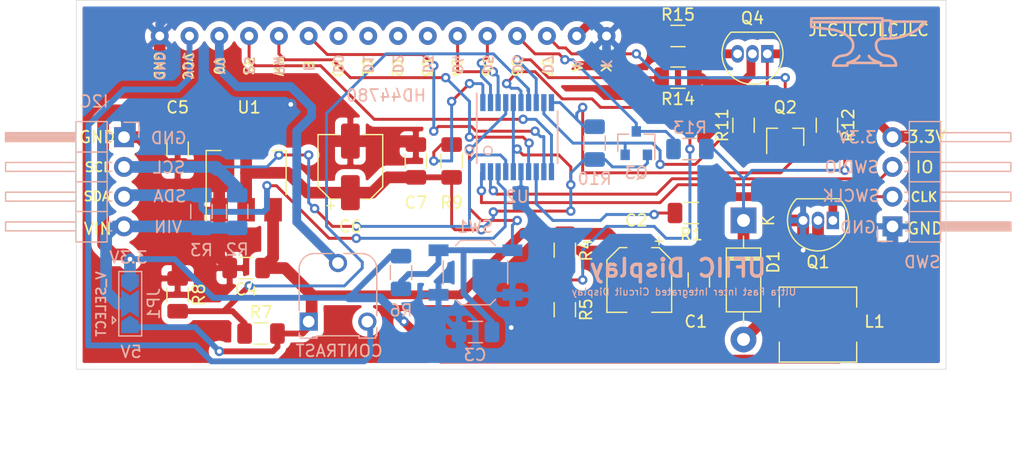
<source format=kicad_pcb>
(kicad_pcb (version 20171130) (host pcbnew "(5.1.5)-3")
  (layers (0 F.Cu signal) (31 B.Cu signal) (34 B.Paste user) (35 F.Paste user) (36 B.SilkS user) (37 F.SilkS user) (38 B.Mask user) (39 F.Mask user) (44 Edge.Cuts user))
  (net 0 "")
  (net 1 GND)
  (net 2 /+5V)
  (net 3 "Net-(C3-Pad1)")
  (net 4 +3V3)
  (net 5 "Net-(D1-Pad2)")
  (net 6 /VIN)
  (net 7 /I2C1_SDA)
  (net 8 /I2C1_SCL)
  (net 9 /SWDIO)
  (net 10 /SWCLK)
  (net 11 "Net-(Q1-Pad1)")
  (net 12 "Net-(Q2-Pad3)")
  (net 13 /PWM)
  (net 14 /ADC_FEEDBACK)
  (net 15 /ADC_DETECT)
  (net 16 "Net-(R9-Pad2)")
  (net 17 /BACKLIGHT)
  (net 18 "Net-(RV1-Pad2)")
  (net 19 "Net-(RV1-Pad3)")
  (net 20 /LCD_RW)
  (net 21 /LCD_E)
  (net 22 /LCD_RS)
  (net 23 /LCD_D7)
  (net 24 /LCD_D6)
  (net 25 /LCD_D5)
  (net 26 /LCD_D4)
  (net 27 "Net-(U3-PadD0)")
  (net 28 "Net-(U3-PadD1)")
  (net 29 "Net-(U3-PadD2)")
  (net 30 "Net-(U3-PadD3)")
  (net 31 "Net-(Q3-Pad3)")
  (net 32 "Net-(Q4-Pad3)")
  (net 33 "Net-(Q4-Pad2)")
  (net 34 "Net-(R15-Pad1)")
  (module WK_lib:Anvil_10x10mm (layer B.Cu) (at 178.308 55.88 180)
    (fp_text reference G*** hide)
    (fp_text value LOGO hide)
  )
  (module WK_lib:HD44780 (layer F.Cu) (at 147.066 71.882 270)
    (fp_text reference HD44780 (at -11.43 9.906) (layer B.SilkS) (effects (justify mirror)))
    (fp_text value HD44780)
    (pad GND thru_hole circle (at -16.51 29.21 270) (size 1.524 1.524) (drill 0.762) (layers *.Cu *.Mask) (net 1 GND))
    (pad VCC thru_hole circle (at -16.51 26.67 270) (size 1.524 1.524) (drill 0.762) (layers *.Cu *.Mask) (net 19 "Net-(RV1-Pad3)"))
    (pad V0 thru_hole circle (at -16.51 24.13 270) (size 1.524 1.524) (drill 0.762) (layers *.Cu *.Mask) (net 18 "Net-(RV1-Pad2)"))
    (pad RS thru_hole circle (at -16.51 21.59 270) (size 1.524 1.524) (drill 0.762) (layers *.Cu *.Mask) (net 22 /LCD_RS))
    (pad E thru_hole circle (at -16.51 16.51 270) (size 1.524 1.524) (drill 0.762) (layers *.Cu *.Mask) (net 21 /LCD_E))
    (pad RW thru_hole circle (at -16.51 19.05 270) (size 1.524 1.524) (drill 0.762) (layers *.Cu *.Mask) (net 20 /LCD_RW))
    (pad D0 thru_hole circle (at -16.51 13.97 270) (size 1.524 1.524) (drill 0.762) (layers *.Cu *.Mask) (net 27 "Net-(U3-PadD0)"))
    (pad D1 thru_hole circle (at -16.51 11.43 270) (size 1.524 1.524) (drill 0.762) (layers *.Cu *.Mask) (net 28 "Net-(U3-PadD1)"))
    (pad D2 thru_hole circle (at -16.51 8.89 270) (size 1.524 1.524) (drill 0.762) (layers *.Cu *.Mask) (net 29 "Net-(U3-PadD2)"))
    (pad D3 thru_hole circle (at -16.51 6.35 270) (size 1.524 1.524) (drill 0.762) (layers *.Cu *.Mask) (net 30 "Net-(U3-PadD3)"))
    (pad D4 thru_hole circle (at -16.51 3.81 270) (size 1.524 1.524) (drill 0.762) (layers *.Cu *.Mask) (net 26 /LCD_D4))
    (pad D5 thru_hole circle (at -16.51 1.27 270) (size 1.524 1.524) (drill 0.762) (layers *.Cu *.Mask) (net 25 /LCD_D5))
    (pad D6 thru_hole circle (at -16.51 -1.27 270) (size 1.524 1.524) (drill 0.762) (layers *.Cu *.Mask) (net 31 "Net-(Q3-Pad3)"))
    (pad D7 thru_hole circle (at -16.51 -3.81 270) (size 1.524 1.524) (drill 0.762) (layers *.Cu *.Mask) (net 12 "Net-(Q2-Pad3)"))
    (pad A thru_hole circle (at -16.51 -6.35 270) (size 1.524 1.524) (drill 0.762) (layers *.Cu *.Mask) (net 34 "Net-(R15-Pad1)"))
    (pad K thru_hole circle (at -16.51 -8.89 270) (size 1.524 1.524) (drill 0.762) (layers *.Cu *.Mask) (net 1 GND))
  )
  (module Potentiometer_THT:Potentiometer_Runtron_RM-065_Vertical (layer B.Cu) (at 130.556 79.756)
    (fp_text reference CONTRAST (at 2.6 2.5) (layer B.SilkS) (effects (justify mirror)))
    (fp_text value 1K)
    (pad 2 thru_hole circle (at 2.5 -5) (size 1.55 1.55) (drill 1) (layers *.Cu *.Mask) (net 18 "Net-(RV1-Pad2)"))
    (pad 1 thru_hole rect (at 0 0) (size 1.55 1.55) (drill 1) (layers *.Cu *.Mask) (net 2 /+5V))
    (pad 3 thru_hole circle (at 5 0) (size 1.55 1.55) (drill 1) (layers *.Cu *.Mask) (net 19 "Net-(RV1-Pad3)"))
  )
  (module Resistor_SMD:R_1206_3216Metric (layer F.Cu) (at 162.052 55.372)
    (fp_text reference R15 (at 0 -1.82) (layer F.SilkS))
    (fp_text value 330R)
    (pad 2 smd roundrect (at 1.4 0) (size 1.25 1.75) (layers F.Cu F.Paste F.Mask) (roundrect_rratio 0.2) (net 32 "Net-(Q4-Pad3)"))
    (pad 1 smd roundrect (at -1.4 0) (size 1.25 1.75) (layers F.Cu F.Paste F.Mask) (roundrect_rratio 0.2) (net 34 "Net-(R15-Pad1)"))
  )
  (module Resistor_SMD:R_1206_3216Metric (layer F.Cu) (at 162.052 58.928 180)
    (fp_text reference R14 (at 0 -1.82) (layer F.SilkS))
    (fp_text value 1K)
    (pad 2 smd roundrect (at 1.4 0 180) (size 1.25 1.75) (layers F.Cu F.Paste F.Mask) (roundrect_rratio 0.2) (net 17 /BACKLIGHT))
    (pad 1 smd roundrect (at -1.4 0 180) (size 1.25 1.75) (layers F.Cu F.Paste F.Mask) (roundrect_rratio 0.2) (net 33 "Net-(Q4-Pad2)"))
  )
  (module Resistor_SMD:R_1206_3216Metric (layer B.Cu) (at 163.068 65.024 180)
    (fp_text reference R13 (at 0 1.82) (layer B.SilkS) (effects (justify mirror)))
    (fp_text value 10K)
    (pad 2 smd roundrect (at 1.4 0 180) (size 1.25 1.75) (layers B.Cu B.Paste B.Mask) (roundrect_rratio 0.2) (net 31 "Net-(Q3-Pad3)"))
    (pad 1 smd roundrect (at -1.4 0 180) (size 1.25 1.75) (layers B.Cu B.Paste B.Mask) (roundrect_rratio 0.2) (net 2 /+5V))
  )
  (module Resistor_SMD:R_1206_3216Metric (layer F.Cu) (at 174.752 62.992 270)
    (fp_text reference R12 (at 0 -1.82 90) (layer F.SilkS))
    (fp_text value 10K)
    (pad 2 smd roundrect (at 1.4 0 270) (size 1.25 1.75) (layers F.Cu F.Paste F.Mask) (roundrect_rratio 0.2) (net 12 "Net-(Q2-Pad3)"))
    (pad 1 smd roundrect (at -1.4 0 270) (size 1.25 1.75) (layers F.Cu F.Paste F.Mask) (roundrect_rratio 0.2) (net 2 /+5V))
  )
  (module Package_TO_SOT_THT:TO-92_Inline (layer F.Cu) (at 169.672 56.896 180)
    (fp_text reference Q4 (at 1.27 3.048) (layer F.SilkS))
    (fp_text value BC547)
    (pad 1 thru_hole rect (at 0 0 180) (size 1.05 1.5) (drill 0.75) (layers *.Cu *.Mask) (net 4 +3V3))
    (pad 3 thru_hole oval (at 2.54 0 180) (size 1.05 1.5) (drill 0.75) (layers *.Cu *.Mask) (net 32 "Net-(Q4-Pad3)"))
    (pad 2 thru_hole oval (at 1.27 0 180) (size 1.05 1.5) (drill 0.75) (layers *.Cu *.Mask) (net 33 "Net-(Q4-Pad2)"))
  )
  (module Package_TO_SOT_SMD:SOT-23 (layer B.Cu) (at 158.496 64.516 90)
    (fp_text reference Q3 (at -2.54 0) (layer B.SilkS) (effects (justify mirror)))
    (fp_text value BSS138)
    (pad 3 smd rect (at 1 0 90) (size 0.9 0.8) (layers B.Cu B.Paste B.Mask) (net 31 "Net-(Q3-Pad3)"))
    (pad 2 smd rect (at -1 -0.95 90) (size 0.9 0.8) (layers B.Cu B.Paste B.Mask) (net 24 /LCD_D6))
    (pad 1 smd rect (at -1 0.95 90) (size 0.9 0.8) (layers B.Cu B.Paste B.Mask) (net 4 +3V3))
  )
  (module Package_TO_SOT_SMD:SOT-23 (layer F.Cu) (at 171.196 64.008 90)
    (fp_text reference Q2 (at 2.54 0 180) (layer F.SilkS))
    (fp_text value BSS138)
    (pad 3 smd rect (at 1 0 90) (size 0.9 0.8) (layers F.Cu F.Paste F.Mask) (net 12 "Net-(Q2-Pad3)"))
    (pad 2 smd rect (at -1 0.95 90) (size 0.9 0.8) (layers F.Cu F.Paste F.Mask) (net 23 /LCD_D7))
    (pad 1 smd rect (at -1 -0.95 90) (size 0.9 0.8) (layers F.Cu F.Paste F.Mask) (net 4 +3V3))
  )
  (module Connector_PinHeader_2.54mm:PinHeader_1x04_P2.54mm_Horizontal (layer B.Cu) (at 180.34 71.628)
    (fp_text reference SWD (at 2.54 3.048) (layer B.SilkS) (effects (justify mirror)))
    (fp_text value SWD)
    (pad 4 thru_hole oval (at 0 -7.62) (size 1.7 1.7) (drill 1) (layers *.Cu *.Mask) (net 4 +3V3))
    (pad 3 thru_hole oval (at 0 -5.08) (size 1.7 1.7) (drill 1) (layers *.Cu *.Mask) (net 9 /SWDIO))
    (pad 2 thru_hole oval (at 0 -2.54) (size 1.7 1.7) (drill 1) (layers *.Cu *.Mask) (net 10 /SWCLK))
    (pad 1 thru_hole rect (at 0 0) (size 1.7 1.7) (drill 1) (layers *.Cu *.Mask) (net 1 GND))
  )
  (module Connector_PinHeader_2.54mm:PinHeader_1x04_P2.54mm_Horizontal (layer B.Cu) (at 114.808 64.008 180)
    (fp_text reference I2C (at 2.54 3.048) (layer B.SilkS) (effects (justify mirror)))
    (fp_text value I2C)
    (pad 4 thru_hole oval (at 0 -7.62 180) (size 1.7 1.7) (drill 1) (layers *.Cu *.Mask) (net 6 /VIN))
    (pad 3 thru_hole oval (at 0 -5.08 180) (size 1.7 1.7) (drill 1) (layers *.Cu *.Mask) (net 7 /I2C1_SDA))
    (pad 2 thru_hole oval (at 0 -2.54 180) (size 1.7 1.7) (drill 1) (layers *.Cu *.Mask) (net 8 /I2C1_SCL))
    (pad 1 thru_hole rect (at 0 0 180) (size 1.7 1.7) (drill 1) (layers *.Cu *.Mask) (net 1 GND))
  )
  (module Button_Switch_SMD:SW_SPST_TL3342 (layer B.Cu) (at 144.78 75.565)
    (fp_text reference SW1 (at -0.03302 -3.90652) (layer B.SilkS) (effects (justify mirror)))
    (fp_text value SW_Push)
    (pad 2 smd rect (at 3.15 -1.9) (size 1.7 1) (layers B.Cu B.Paste B.Mask) (net 3 "Net-(C3-Pad1)"))
    (pad 2 smd rect (at -3.15 -1.9) (size 1.7 1) (layers B.Cu B.Paste B.Mask) (net 3 "Net-(C3-Pad1)"))
    (pad 1 smd rect (at 3.15 1.9) (size 1.7 1) (layers B.Cu B.Paste B.Mask) (net 1 GND))
    (pad 1 smd rect (at -3.15 1.9) (size 1.7 1) (layers B.Cu B.Paste B.Mask) (net 1 GND))
  )
  (module Package_TO_SOT_THT:TO-92_Inline (layer F.Cu) (at 175.26 71.12 180)
    (fp_text reference Q1 (at 1.27 -3.56) (layer F.SilkS))
    (fp_text value BC639)
    (pad 1 thru_hole rect (at 0 0 180) (size 1.05 1.5) (drill 0.75) (layers *.Cu *.Mask) (net 11 "Net-(Q1-Pad1)"))
    (pad 3 thru_hole oval (at 2.54 0 180) (size 1.05 1.5) (drill 0.75) (layers *.Cu *.Mask) (net 1 GND))
    (pad 2 thru_hole oval (at 1.27 0 180) (size 1.05 1.5) (drill 0.75) (layers *.Cu *.Mask) (net 5 "Net-(D1-Pad2)"))
  )
  (module Package_SO:TSSOP-20_4.4x6.5mm_P0.65mm (layer B.Cu) (at 148.336 64.008 270)
    (fp_text reference U2 (at 5.08 0) (layer B.SilkS) (effects (justify mirror)))
    (fp_text value STM32F030F4P6)
    (pad 20 smd rect (at 2.95 2.925 270) (size 1.45 0.45) (layers B.Cu B.Paste B.Mask) (net 10 /SWCLK))
    (pad 19 smd rect (at 2.95 2.275 270) (size 1.45 0.45) (layers B.Cu B.Paste B.Mask) (net 9 /SWDIO))
    (pad 18 smd rect (at 2.95 1.625 270) (size 1.45 0.45) (layers B.Cu B.Paste B.Mask) (net 7 /I2C1_SDA))
    (pad 17 smd rect (at 2.95 0.975 270) (size 1.45 0.45) (layers B.Cu B.Paste B.Mask) (net 8 /I2C1_SCL))
    (pad 16 smd rect (at 2.95 0.325 270) (size 1.45 0.45) (layers B.Cu B.Paste B.Mask) (net 4 +3V3))
    (pad 15 smd rect (at 2.95 -0.325 270) (size 1.45 0.45) (layers B.Cu B.Paste B.Mask) (net 1 GND))
    (pad 14 smd rect (at 2.95 -0.975 270) (size 1.45 0.45) (layers B.Cu B.Paste B.Mask) (net 20 /LCD_RW))
    (pad 13 smd rect (at 2.95 -1.625 270) (size 1.45 0.45) (layers B.Cu B.Paste B.Mask) (net 13 /PWM))
    (pad 12 smd rect (at 2.95 -2.275 270) (size 1.45 0.45) (layers B.Cu B.Paste B.Mask) (net 21 /LCD_E))
    (pad 11 smd rect (at 2.95 -2.925 270) (size 1.45 0.45) (layers B.Cu B.Paste B.Mask) (net 22 /LCD_RS))
    (pad 10 smd rect (at -2.95 -2.925 270) (size 1.45 0.45) (layers B.Cu B.Paste B.Mask) (net 23 /LCD_D7))
    (pad 9 smd rect (at -2.95 -2.275 270) (size 1.45 0.45) (layers B.Cu B.Paste B.Mask) (net 24 /LCD_D6))
    (pad 8 smd rect (at -2.95 -1.625 270) (size 1.45 0.45) (layers B.Cu B.Paste B.Mask) (net 17 /BACKLIGHT))
    (pad 7 smd rect (at -2.95 -0.975 270) (size 1.45 0.45) (layers B.Cu B.Paste B.Mask) (net 15 /ADC_DETECT))
    (pad 6 smd rect (at -2.95 -0.325 270) (size 1.45 0.45) (layers B.Cu B.Paste B.Mask) (net 14 /ADC_FEEDBACK))
    (pad 5 smd rect (at -2.95 0.325 270) (size 1.45 0.45) (layers B.Cu B.Paste B.Mask) (net 4 +3V3))
    (pad 4 smd rect (at -2.95 0.975 270) (size 1.45 0.45) (layers B.Cu B.Paste B.Mask) (net 3 "Net-(C3-Pad1)"))
    (pad 3 smd rect (at -2.95 1.625 270) (size 1.45 0.45) (layers B.Cu B.Paste B.Mask) (net 26 /LCD_D4))
    (pad 2 smd rect (at -2.95 2.275 270) (size 1.45 0.45) (layers B.Cu B.Paste B.Mask) (net 25 /LCD_D5))
    (pad 1 smd rect (at -2.95 2.925 270) (size 1.45 0.45) (layers B.Cu B.Paste B.Mask) (net 16 "Net-(R9-Pad2)"))
  )
  (module Package_TO_SOT_SMD:SOT-223-3_TabPin2 (layer F.Cu) (at 125.222 67.056 90)
    (fp_text reference U1 (at 5.588 0.254 180) (layer F.SilkS))
    (fp_text value AMS1117-3.3)
    (pad 1 smd rect (at -3.15 -2.3 90) (size 2 1.5) (layers F.Cu F.Paste F.Mask) (net 1 GND))
    (pad 3 smd rect (at -3.15 2.3 90) (size 2 1.5) (layers F.Cu F.Paste F.Mask) (net 2 /+5V))
    (pad 2 smd rect (at -3.15 0 90) (size 2 1.5) (layers F.Cu F.Paste F.Mask) (net 4 +3V3))
    (pad 2 smd rect (at 3.15 0 90) (size 2 3.8) (layers F.Cu F.Paste F.Mask) (net 4 +3V3))
  )
  (module Resistor_SMD:R_1206_3216Metric (layer F.Cu) (at 167.64 62.992 90)
    (fp_text reference R11 (at 0 -1.82 90) (layer F.SilkS))
    (fp_text value 10K)
    (pad 2 smd roundrect (at 1.4 0 90) (size 1.25 1.75) (layers F.Cu F.Paste F.Mask) (roundrect_rratio 0.2) (net 24 /LCD_D6))
    (pad 1 smd roundrect (at -1.4 0 90) (size 1.25 1.75) (layers F.Cu F.Paste F.Mask) (roundrect_rratio 0.2) (net 4 +3V3))
  )
  (module Resistor_SMD:R_1206_3216Metric (layer B.Cu) (at 154.94 64.516 90)
    (fp_text reference R10 (at -3.048 0) (layer B.SilkS) (effects (justify mirror)))
    (fp_text value 10K)
    (pad 2 smd roundrect (at 1.4 0 90) (size 1.25 1.75) (layers B.Cu B.Paste B.Mask) (roundrect_rratio 0.2) (net 23 /LCD_D7))
    (pad 1 smd roundrect (at -1.4 0 90) (size 1.25 1.75) (layers B.Cu B.Paste B.Mask) (roundrect_rratio 0.2) (net 4 +3V3))
  )
  (module Resistor_SMD:R_1206_3216Metric (layer F.Cu) (at 142.748 66.04 90)
    (fp_text reference R9 (at -3.556 0 180) (layer F.SilkS))
    (fp_text value 1K)
    (pad 2 smd roundrect (at 1.4 0 90) (size 1.25 1.75) (layers F.Cu F.Paste F.Mask) (roundrect_rratio 0.2) (net 16 "Net-(R9-Pad2)"))
    (pad 1 smd roundrect (at -1.4 0 90) (size 1.25 1.75) (layers F.Cu F.Paste F.Mask) (roundrect_rratio 0.2) (net 4 +3V3))
  )
  (module Resistor_SMD:R_1206_3216Metric (layer F.Cu) (at 119.38 77.47 270)
    (fp_text reference R8 (at 0 -1.82 90) (layer F.SilkS))
    (fp_text value 1K)
    (pad 2 smd roundrect (at 1.4 0 270) (size 1.25 1.75) (layers F.Cu F.Paste F.Mask) (roundrect_rratio 0.2) (net 15 /ADC_DETECT))
    (pad 1 smd roundrect (at -1.4 0 270) (size 1.25 1.75) (layers F.Cu F.Paste F.Mask) (roundrect_rratio 0.2) (net 1 GND))
  )
  (module Resistor_SMD:R_1206_3216Metric (layer F.Cu) (at 126.492 80.772)
    (fp_text reference R7 (at 0 -1.82) (layer F.SilkS))
    (fp_text value 1K)
    (pad 2 smd roundrect (at 1.4 0) (size 1.25 1.75) (layers F.Cu F.Paste F.Mask) (roundrect_rratio 0.2) (net 2 /+5V))
    (pad 1 smd roundrect (at -1.4 0) (size 1.25 1.75) (layers F.Cu F.Paste F.Mask) (roundrect_rratio 0.2) (net 15 /ADC_DETECT))
  )
  (module Resistor_SMD:R_1206_3216Metric (layer B.Cu) (at 138.43 75.565 270)
    (fp_text reference R6 (at 3.2385 0) (layer B.SilkS) (effects (justify mirror)))
    (fp_text value 1K)
    (pad 2 smd roundrect (at 1.4 0 270) (size 1.25 1.75) (layers B.Cu B.Paste B.Mask) (roundrect_rratio 0.2) (net 3 "Net-(C3-Pad1)"))
    (pad 1 smd roundrect (at -1.4 0 270) (size 1.25 1.75) (layers B.Cu B.Paste B.Mask) (roundrect_rratio 0.2) (net 4 +3V3))
  )
  (module Resistor_SMD:R_1206_3216Metric (layer F.Cu) (at 152.4 78.74 270)
    (fp_text reference R5 (at 0 -1.82 90) (layer F.SilkS))
    (fp_text value 820R)
    (pad 2 smd roundrect (at 1.4 0 270) (size 1.25 1.75) (layers F.Cu F.Paste F.Mask) (roundrect_rratio 0.2) (net 1 GND))
    (pad 1 smd roundrect (at -1.4 0 270) (size 1.25 1.75) (layers F.Cu F.Paste F.Mask) (roundrect_rratio 0.2) (net 14 /ADC_FEEDBACK))
  )
  (module Resistor_SMD:R_1206_3216Metric (layer F.Cu) (at 152.4 73.66 270)
    (fp_text reference R4 (at 0 -1.82 90) (layer F.SilkS))
    (fp_text value 3.3K)
    (pad 2 smd roundrect (at 1.4 0 270) (size 1.25 1.75) (layers F.Cu F.Paste F.Mask) (roundrect_rratio 0.2) (net 14 /ADC_FEEDBACK))
    (pad 1 smd roundrect (at -1.4 0 270) (size 1.25 1.75) (layers F.Cu F.Paste F.Mask) (roundrect_rratio 0.2) (net 2 /+5V))
  )
  (module Resistor_SMD:R_1206_3216Metric (layer B.Cu) (at 121.412 70.358 270)
    (fp_text reference R3 (at 3.302 0) (layer B.SilkS) (effects (justify mirror)))
    (fp_text value 4.7K)
    (pad 2 smd roundrect (at 1.4 0 270) (size 1.25 1.75) (layers B.Cu B.Paste B.Mask) (roundrect_rratio 0.2) (net 6 /VIN))
    (pad 1 smd roundrect (at -1.4 0 270) (size 1.25 1.75) (layers B.Cu B.Paste B.Mask) (roundrect_rratio 0.2) (net 7 /I2C1_SDA))
  )
  (module Resistor_SMD:R_1206_3216Metric (layer B.Cu) (at 124.46 70.358 270)
    (fp_text reference R2 (at 3.24612 -0.00254) (layer B.SilkS) (effects (justify mirror)))
    (fp_text value 4.7K)
    (pad 2 smd roundrect (at 1.4 0 270) (size 1.25 1.75) (layers B.Cu B.Paste B.Mask) (roundrect_rratio 0.2) (net 6 /VIN))
    (pad 1 smd roundrect (at -1.4 0 270) (size 1.25 1.75) (layers B.Cu B.Paste B.Mask) (roundrect_rratio 0.2) (net 8 /I2C1_SCL))
  )
  (module Resistor_SMD:R_1206_3216Metric (layer F.Cu) (at 163.195 70.485 180)
    (fp_text reference R1 (at 0 -1.82) (layer F.SilkS))
    (fp_text value 1K)
    (pad 2 smd roundrect (at 1.4 0 180) (size 1.25 1.75) (layers F.Cu F.Paste F.Mask) (roundrect_rratio 0.2) (net 13 /PWM))
    (pad 1 smd roundrect (at -1.4 0 180) (size 1.25 1.75) (layers F.Cu F.Paste F.Mask) (roundrect_rratio 0.2) (net 11 "Net-(Q1-Pad1)"))
  )
  (module Inductor_SMD:L_6.3x6.3_H3 (layer F.Cu) (at 173.99 80.01 180)
    (fp_text reference L1 (at -4.826 0.254) (layer F.SilkS))
    (fp_text value 100uH)
    (pad 2 smd rect (at 2.75 0 180) (size 1.5 2.4) (layers F.Cu F.Paste F.Mask) (net 5 "Net-(D1-Pad2)"))
    (pad 1 smd rect (at -2.75 0 180) (size 1.5 2.4) (layers F.Cu F.Paste F.Mask) (net 4 +3V3))
  )
  (module Jumper:SolderJumper-3_P2.0mm_Open_TrianglePad1.0x1.5mm (layer B.Cu) (at 115.316 78.232 90)
    (fp_text reference JP1 (at 0 2.032 90) (layer B.SilkS) (effects (justify mirror)))
    (fp_text value VIN_SELECT)
    (pad 3 smd custom (at 2 0 270) (size 0.3 0.3) (layers B.Cu B.Mask) (net 4 +3V3) (options (clearance outline) (anchor rect)) (primitives (gr_poly (pts (xy -0.5 0.75) (xy 0.5 0.75) (xy 1 0) (xy 0.5 -0.75) (xy -0.5 -0.75)) (width 0))))
    (pad 2 smd custom (at 0 0 90) (size 0.3 0.3) (layers B.Cu) (net 6 /VIN) (options (clearance outline) (anchor rect)) (primitives (gr_poly (pts (xy -1.2 0.75) (xy 1.2 0.75) (xy 0.7 0) (xy 1.2 -0.75) (xy -1.2 -0.75) (xy -0.7 0)) (width 0))))
    (pad 1 smd custom (at -2 0 90) (size 0.3 0.3) (layers B.Cu B.Mask) (net 2 /+5V) (options (clearance outline) (anchor rect)) (primitives (gr_poly (pts (xy -0.5 0.75) (xy 0.5 0.75) (xy 1 0) (xy 0.5 -0.75) (xy -0.5 -0.75)) (width 0))))
  )
  (module Diode_THT:D_DO-41_SOD81_P10.16mm_Horizontal (layer F.Cu) (at 167.64 71.12 270)
    (fp_text reference D1 (at 3.556 -2.54 90) (layer F.SilkS))
    (fp_text value UF4007)
    (fp_text user K (at 0 -2.1 90) (layer F.SilkS))
    (pad 2 thru_hole oval (at 10.16 0 270) (size 2.2 2.2) (drill 1.1) (layers *.Cu *.Mask) (net 5 "Net-(D1-Pad2)"))
    (pad 1 thru_hole rect (at 0 0 270) (size 2.2 2.2) (drill 1.1) (layers *.Cu *.Mask) (net 2 /+5V))
  )
  (module Capacitor_SMD:C_1206_3216Metric (layer F.Cu) (at 139.7 66.04 90)
    (fp_text reference C7 (at -3.556 0 180) (layer F.SilkS))
    (fp_text value 100n)
    (pad 2 smd roundrect (at 1.4 0 90) (size 1.25 1.75) (layers F.Cu F.Paste F.Mask) (roundrect_rratio 0.2) (net 1 GND))
    (pad 1 smd roundrect (at -1.4 0 90) (size 1.25 1.75) (layers F.Cu F.Paste F.Mask) (roundrect_rratio 0.2) (net 4 +3V3))
  )
  (module Capacitor_SMD:CP_Elec_5x4.4 (layer F.Cu) (at 134.112 66.548 90)
    (fp_text reference C6 (at -5.08 0 180) (layer F.SilkS))
    (fp_text value 47u)
    (pad 2 smd roundrect (at 2.2 0 90) (size 3 1.6) (layers F.Cu F.Paste F.Mask) (roundrect_rratio 0.15625) (net 1 GND))
    (pad 1 smd roundrect (at -2.2 0 90) (size 3 1.6) (layers F.Cu F.Paste F.Mask) (roundrect_rratio 0.15625) (net 4 +3V3))
  )
  (module Capacitor_SMD:C_1206_3216Metric (layer F.Cu) (at 119.38 65.024 270)
    (fp_text reference C5 (at -3.556 0 180) (layer F.SilkS))
    (fp_text value 100n)
    (pad 2 smd roundrect (at 1.4 0 270) (size 1.25 1.75) (layers F.Cu F.Paste F.Mask) (roundrect_rratio 0.2) (net 1 GND))
    (pad 1 smd roundrect (at -1.4 0 270) (size 1.25 1.75) (layers F.Cu F.Paste F.Mask) (roundrect_rratio 0.2) (net 4 +3V3))
  )
  (module Capacitor_SMD:C_1206_3216Metric (layer F.Cu) (at 125.222 75.184 180)
    (fp_text reference C4 (at 0 -1.82) (layer F.SilkS))
    (fp_text value 100n)
    (pad 2 smd roundrect (at 1.4 0 180) (size 1.25 1.75) (layers F.Cu F.Paste F.Mask) (roundrect_rratio 0.2) (net 1 GND))
    (pad 1 smd roundrect (at -1.4 0 180) (size 1.25 1.75) (layers F.Cu F.Paste F.Mask) (roundrect_rratio 0.2) (net 2 /+5V))
  )
  (module Capacitor_SMD:C_1206_3216Metric (layer B.Cu) (at 144.78 80.645 180)
    (fp_text reference C3 (at 0.03302 -1.9558) (layer B.SilkS) (effects (justify mirror)))
    (fp_text value 100n)
    (pad 2 smd roundrect (at 1.4 0 180) (size 1.25 1.75) (layers B.Cu B.Paste B.Mask) (roundrect_rratio 0.2) (net 1 GND))
    (pad 1 smd roundrect (at -1.4 0 180) (size 1.25 1.75) (layers B.Cu B.Paste B.Mask) (roundrect_rratio 0.2) (net 3 "Net-(C3-Pad1)"))
  )
  (module Capacitor_SMD:CP_Elec_5x4.4 (layer F.Cu) (at 158.75 76.2 270)
    (fp_text reference C2 (at -5.08 0.254 180) (layer F.SilkS))
    (fp_text value 47u)
    (pad 2 smd roundrect (at 2.2 0 270) (size 3 1.6) (layers F.Cu F.Paste F.Mask) (roundrect_rratio 0.15625) (net 1 GND))
    (pad 1 smd roundrect (at -2.2 0 270) (size 3 1.6) (layers F.Cu F.Paste F.Mask) (roundrect_rratio 0.15625) (net 2 /+5V))
  )
  (module Capacitor_SMD:C_1206_3216Metric (layer F.Cu) (at 163.83 76.2 270)
    (fp_text reference C1 (at 3.556 0.254 180) (layer F.SilkS))
    (fp_text value 100n)
    (pad 2 smd roundrect (at 1.4 0 270) (size 1.25 1.75) (layers F.Cu F.Paste F.Mask) (roundrect_rratio 0.2) (net 1 GND))
    (pad 1 smd roundrect (at -1.4 0 270) (size 1.25 1.75) (layers F.Cu F.Paste F.Mask) (roundrect_rratio 0.2) (net 2 /+5V))
  )
  (gr_text JLCJLCJLCJLC (at 178.308 54.864) (layer F.SilkS) (effects (font (size 1 1))))
  (gr_circle (center 144.27708 65.1764) (end 144.53108 65.4304) (layer B.SilkS) (width 0.12))
  (gr_text "Ultra Fast Inter Integrated Circuit Display" (at 162.56 77.216) (layer B.SilkS) (effects (font (size 0.6 0.6) (thickness 0.1)) (justify mirror)))
  (gr_text "UFIIC Display" (at 162.052 75.184) (layer B.SilkS) (effects (font (size 1.5 1.5) (thickness 0.3)) (justify mirror)))
  (gr_text D7 (at 150.876 58.0644 270) (layer F.SilkS) (effects (font (size 0.8 0.8))))
  (gr_text D6 (at 148.2852 58.0644 270) (layer F.SilkS) (effects (font (size 0.8 0.8))))
  (gr_text A (at 153.416 58.0898 270) (layer F.SilkS) (effects (font (size 0.8 0.8))))
  (gr_text D5 (at 145.7452 58.0644 270) (layer F.SilkS) (effects (font (size 0.8 0.8))))
  (gr_text K (at 155.8798 58.0898 270) (layer F.SilkS) (effects (font (size 0.8 0.8))))
  (gr_text GND (at 117.7798 57.912 270) (layer F.SilkS) (effects (font (size 0.8 0.8))))
  (gr_text D1 (at 135.5344 58.0898 270) (layer F.SilkS) (effects (font (size 0.8 0.8))))
  (gr_text RW (at 127.9398 57.9882 270) (layer F.SilkS) (effects (font (size 0.8 0.8))))
  (gr_text D4 (at 143.1544 58.0898 270) (layer F.SilkS) (effects (font (size 0.8 0.8))))
  (gr_text D0 (at 132.9944 58.1152 270) (layer F.SilkS) (effects (font (size 0.8 0.8))))
  (gr_text E (at 130.4798 57.8358 270) (layer F.SilkS) (effects (font (size 0.8 0.8))))
  (gr_text RS (at 125.3998 57.9628 270) (layer F.SilkS) (effects (font (size 0.8 0.8))))
  (gr_text V0 (at 122.8852 57.9628 270) (layer F.SilkS) (effects (font (size 0.8 0.8))))
  (gr_text VCC (at 120.2182 57.9882 270) (layer F.SilkS) (effects (font (size 0.8 0.8))))
  (gr_text D3 (at 140.6398 58.0898 270) (layer F.SilkS) (effects (font (size 0.8 0.8))))
  (gr_text D2 (at 138.0744 58.0898 270) (layer F.SilkS) (effects (font (size 0.8 0.8))))
  (gr_text K (at 155.956 57.7596 270) (layer B.SilkS) (effects (font (size 0.8 0.8)) (justify mirror)))
  (gr_text A (at 153.4922 57.7596 270) (layer B.SilkS) (effects (font (size 0.8 0.8)) (justify mirror)))
  (gr_text D7 (at 150.9522 57.785 270) (layer B.SilkS) (effects (font (size 0.8 0.8)) (justify mirror)))
  (gr_text D6 (at 148.3614 57.785 270) (layer B.SilkS) (effects (font (size 0.8 0.8)) (justify mirror)))
  (gr_text D5 (at 145.8214 57.785 270) (layer B.SilkS) (effects (font (size 0.8 0.8)) (justify mirror)))
  (gr_text D4 (at 143.2306 57.7596 270) (layer B.SilkS) (effects (font (size 0.8 0.8)) (justify mirror)))
  (gr_text D3 (at 140.716 57.7596 270) (layer B.SilkS) (effects (font (size 0.8 0.8)) (justify mirror)))
  (gr_text D2 (at 138.1506 57.7596 270) (layer B.SilkS) (effects (font (size 0.8 0.8)) (justify mirror)))
  (gr_text D1 (at 135.6106 57.7596 270) (layer B.SilkS) (effects (font (size 0.8 0.8)) (justify mirror)))
  (gr_text D0 (at 133.0706 57.7342 270) (layer B.SilkS) (effects (font (size 0.8 0.8)) (justify mirror)))
  (gr_text E (at 130.556 58.0136 270) (layer B.SilkS) (effects (font (size 0.8 0.8)) (justify mirror)))
  (gr_text RW (at 128.016 57.8612 270) (layer B.SilkS) (effects (font (size 0.8 0.8)) (justify mirror)))
  (gr_text RS (at 125.476 57.8866 270) (layer B.SilkS) (effects (font (size 0.8 0.8)) (justify mirror)))
  (gr_text V0 (at 122.9614 57.8866 270) (layer B.SilkS) (effects (font (size 0.8 0.8)) (justify mirror)))
  (gr_text VCC (at 120.2944 57.8612 270) (layer B.SilkS) (effects (font (size 0.8 0.8)) (justify mirror)))
  (gr_text GND (at 117.856 57.9374 270) (layer B.SilkS) (effects (font (size 0.8 0.8)) (justify mirror)))
  (gr_circle (center 145.8468 65.151) (end 146.1008 65.405) (layer B.SilkS) (width 0.12))
  (gr_text SDA (at 112.4966 69.0626) (layer F.SilkS) (effects (font (size 0.8 0.8))))
  (gr_text GND (at 112.522 64.008) (layer F.SilkS) (effects (font (size 1 1))))
  (gr_text VIN (at 112.5728 71.8312) (layer F.SilkS) (effects (font (size 1 1))))
  (gr_text SCL (at 112.5728 66.5734) (layer F.SilkS) (effects (font (size 0.8 0.8))))
  (gr_text CLK (at 183.0324 69.1134) (layer F.SilkS) (effects (font (size 0.8 0.8))))
  (gr_text 3.3V (at 183.2356 63.9826) (layer F.SilkS) (effects (font (size 1 1))))
  (gr_text GND (at 183.134 71.8058) (layer F.SilkS) (effects (font (size 1 1))))
  (gr_text IO (at 183.0832 66.5734) (layer F.SilkS) (effects (font (size 1 1))))
  (gr_text GND (at 118.618 64.0842) (layer B.SilkS) (effects (font (size 1 1)) (justify mirror)))
  (gr_text SCL (at 118.6434 66.5988) (layer B.SilkS) (effects (font (size 1 1)) (justify mirror)))
  (gr_text SDA (at 118.7196 69.05498) (layer B.SilkS) (effects (font (size 1 1)) (justify mirror)))
  (gr_text VIN (at 118.5672 71.6788) (layer B.SilkS) (effects (font (size 1 1)) (justify mirror)))
  (gr_text GND (at 177.41392 71.7042) (layer B.SilkS) (effects (font (size 1 1)) (justify mirror)))
  (gr_text SWCLK (at 176.81448 69.01688) (layer B.SilkS) (effects (font (size 1 1)) (justify mirror)))
  (gr_text SWDIO (at 176.86274 66.56832) (layer B.SilkS) (effects (font (size 1 1)) (justify mirror)))
  (gr_text 3.3V (at 177.3428 64.02324) (layer B.SilkS) (effects (font (size 1 1)) (justify mirror)))
  (gr_text 5V (at 115.41506 82.33664) (layer B.SilkS) (effects (font (size 1 1)) (justify mirror)))
  (gr_text 3.3V (at 115.17376 74.2823) (layer B.SilkS) (effects (font (size 1 1)) (justify mirror)))
  (gr_text V_SELECT (at 112.85728 78.2574 90) (layer B.SilkS) (effects (font (size 0.8 0.8)) (justify mirror)))
  (gr_line (start 184.912 52.324) (end 110.744 52.324) (layer Edge.Cuts) (width 0.05))
  (gr_line (start 184.912 83.82) (end 184.912 52.324) (layer Edge.Cuts) (width 0.05))
  (gr_line (start 110.744 83.82) (end 184.912 83.82) (layer Edge.Cuts) (width 0.05))
  (gr_line (start 110.744 52.324) (end 110.744 83.82) (layer Edge.Cuts) (width 0.05))
  (segment (start 118.505 66.424) (end 119.38 66.424) (width 1) (layer F.Cu) (net 1))
  (segment (start 115.316 64.008) (end 116.089 64.008) (width 1) (layer F.Cu) (net 1))
  (segment (start 116.089 64.008) (end 118.505 66.424) (width 1) (layer F.Cu) (net 1))
  (segment (start 119.38 66.424) (end 122.304 66.424) (width 1) (layer F.Cu) (net 1))
  (segment (start 122.922 67.042) (end 122.922 70.206) (width 1) (layer F.Cu) (net 1))
  (segment (start 122.304 66.424) (end 122.922 67.042) (width 1) (layer F.Cu) (net 1))
  (segment (start 122.922 74.284) (end 122.922 70.206) (width 1) (layer F.Cu) (net 1))
  (segment (start 123.822 75.184) (end 122.922 74.284) (width 1) (layer F.Cu) (net 1))
  (segment (start 139.408 64.348) (end 139.7 64.64) (width 1) (layer F.Cu) (net 1))
  (segment (start 134.112 64.348) (end 139.408 64.348) (width 1) (layer F.Cu) (net 1))
  (segment (start 134.112 64.348) (end 132.166 64.348) (width 1) (layer F.Cu) (net 1))
  (via (at 129.032 61.214) (size 0.8) (drill 0.4) (layers F.Cu B.Cu) (net 1))
  (segment (start 132.166 64.348) (end 129.032 61.214) (width 1) (layer F.Cu) (net 1))
  (segment (start 116.26 61.214) (end 115.316 62.158) (width 1) (layer B.Cu) (net 1))
  (segment (start 115.316 62.158) (end 115.316 64.008) (width 1) (layer B.Cu) (net 1))
  (segment (start 129.032 61.214) (end 116.26 61.214) (width 1) (layer B.Cu) (net 1))
  (segment (start 119.38 76.07) (end 119.38 74.93) (width 1) (layer F.Cu) (net 1))
  (segment (start 120.026 74.284) (end 119.38 74.93) (width 1) (layer F.Cu) (net 1))
  (segment (start 122.922 74.284) (end 120.026 74.284) (width 1) (layer F.Cu) (net 1))
  (segment (start 158.75 78.4) (end 157.82 78.4) (width 1) (layer F.Cu) (net 1))
  (segment (start 156.08 80.14) (end 152.4 80.14) (width 1) (layer F.Cu) (net 1))
  (segment (start 157.82 78.4) (end 156.08 80.14) (width 1) (layer F.Cu) (net 1))
  (segment (start 159.55 77.6) (end 158.75 78.4) (width 1) (layer F.Cu) (net 1))
  (segment (start 163.83 77.6) (end 159.55 77.6) (width 1) (layer F.Cu) (net 1))
  (segment (start 172.72 71.12) (end 170.18 71.12) (width 1) (layer F.Cu) (net 1))
  (segment (start 170.18 71.12) (end 170.18 74.93) (width 1) (layer F.Cu) (net 1))
  (segment (start 167.51 77.6) (end 163.83 77.6) (width 1) (layer F.Cu) (net 1))
  (segment (start 170.18 74.93) (end 167.51 77.6) (width 1) (layer F.Cu) (net 1))
  (segment (start 117.856 55.372) (end 117.856 58.166) (width 1) (layer F.Cu) (net 1))
  (segment (start 120.904 61.214) (end 129.032 61.214) (width 1) (layer F.Cu) (net 1))
  (segment (start 117.856 58.166) (end 120.904 61.214) (width 1) (layer F.Cu) (net 1))
  (segment (start 141.63 78.895) (end 143.38 80.645) (width 0.5) (layer B.Cu) (net 1))
  (segment (start 141.63 77.465) (end 141.63 78.895) (width 0.5) (layer B.Cu) (net 1))
  (segment (start 147.93 77.465) (end 147.93 80.162) (width 0.5) (layer B.Cu) (net 1))
  (via (at 147.828 80.264) (size 0.8) (drill 0.4) (layers F.Cu B.Cu) (net 1))
  (segment (start 147.93 80.162) (end 147.828 80.264) (width 0.5) (layer B.Cu) (net 1))
  (segment (start 152.276 80.264) (end 152.4 80.14) (width 0.5) (layer F.Cu) (net 1))
  (segment (start 147.828 80.264) (end 152.276 80.264) (width 0.5) (layer F.Cu) (net 1))
  (segment (start 147.828 80.264) (end 147.828 81.788) (width 0.5) (layer B.Cu) (net 1))
  (segment (start 147.828 81.788) (end 147.32 82.296) (width 0.5) (layer B.Cu) (net 1))
  (segment (start 143.38 81.52) (end 143.38 80.645) (width 0.5) (layer B.Cu) (net 1))
  (segment (start 144.156 82.296) (end 143.38 81.52) (width 0.5) (layer B.Cu) (net 1))
  (segment (start 147.32 82.296) (end 144.156 82.296) (width 0.5) (layer B.Cu) (net 1))
  (segment (start 147.93 76.715) (end 149.86 74.785) (width 0.25) (layer B.Cu) (net 1))
  (segment (start 147.93 77.465) (end 147.93 76.715) (width 0.25) (layer B.Cu) (net 1))
  (segment (start 149.86 74.785) (end 149.86 70.612) (width 0.25) (layer B.Cu) (net 1))
  (segment (start 148.661 69.413) (end 148.661 66.958) (width 0.25) (layer B.Cu) (net 1))
  (segment (start 149.86 70.612) (end 148.661 69.413) (width 0.25) (layer B.Cu) (net 1))
  (segment (start 153.924 53.34) (end 155.956 55.372) (width 0.75) (layer B.Cu) (net 1))
  (segment (start 118.872 53.34) (end 153.924 53.34) (width 0.75) (layer B.Cu) (net 1))
  (segment (start 117.856 55.372) (end 117.856 54.356) (width 0.75) (layer B.Cu) (net 1))
  (segment (start 117.856 54.356) (end 118.872 53.34) (width 0.75) (layer B.Cu) (net 1))
  (via (at 172.72 73.66) (size 0.8) (drill 0.4) (layers F.Cu B.Cu) (net 1))
  (segment (start 172.72 71.12) (end 172.72 73.66) (width 1) (layer F.Cu) (net 1))
  (segment (start 180.34 73.66) (end 180.34 71.575) (width 1) (layer B.Cu) (net 1))
  (segment (start 172.72 73.66) (end 177.292 73.66) (width 1) (layer B.Cu) (net 1))
  (segment (start 177.292 73.66) (end 180.34 73.66) (width 1) (layer B.Cu) (net 1))
  (segment (start 177.292 65.532) (end 177.292 73.66) (width 0.75) (layer B.Cu) (net 1))
  (segment (start 161.544 62.992) (end 177.292 62.992) (width 0.75) (layer B.Cu) (net 1))
  (segment (start 155.956 55.372) (end 155.956 57.404) (width 0.75) (layer B.Cu) (net 1))
  (segment (start 177.292 62.992) (end 177.292 65.532) (width 0.75) (layer B.Cu) (net 1))
  (segment (start 155.956 57.404) (end 161.544 62.992) (width 0.75) (layer B.Cu) (net 1))
  (segment (start 127.522 74.284) (end 127.522 70.206) (width 1) (layer F.Cu) (net 2))
  (segment (start 126.622 75.184) (end 127.522 74.284) (width 1) (layer F.Cu) (net 2))
  (segment (start 158.75 74) (end 157.82 74) (width 1) (layer F.Cu) (net 2))
  (segment (start 156.08 72.26) (end 152.4 72.26) (width 1) (layer F.Cu) (net 2))
  (segment (start 157.82 74) (end 156.08 72.26) (width 1) (layer F.Cu) (net 2))
  (segment (start 159.55 74.8) (end 158.75 74) (width 1) (layer F.Cu) (net 2))
  (segment (start 163.83 74.8) (end 159.55 74.8) (width 1) (layer F.Cu) (net 2))
  (segment (start 163.83 74.8) (end 166.5 74.8) (width 1) (layer F.Cu) (net 2))
  (segment (start 167.64 73.66) (end 167.64 71.12) (width 1) (layer F.Cu) (net 2))
  (segment (start 166.5 74.8) (end 167.64 73.66) (width 1) (layer F.Cu) (net 2))
  (segment (start 126.622 75.184) (end 128.524 75.184) (width 1) (layer F.Cu) (net 2))
  (segment (start 130.81 77.47) (end 130.81 80.01) (width 1) (layer F.Cu) (net 2))
  (segment (start 128.524 75.184) (end 130.81 77.47) (width 1) (layer F.Cu) (net 2))
  (segment (start 151.525 72.26) (end 151.401 72.136) (width 0.75) (layer F.Cu) (net 2))
  (segment (start 152.4 72.26) (end 151.525 72.26) (width 0.75) (layer F.Cu) (net 2))
  (segment (start 151.401 72.136) (end 148.844 72.136) (width 0.75) (layer F.Cu) (net 2))
  (segment (start 143.51 77.47) (end 130.81 77.47) (width 0.75) (layer F.Cu) (net 2))
  (segment (start 148.844 72.136) (end 143.51 77.47) (width 0.75) (layer F.Cu) (net 2))
  (segment (start 130.048 80.772) (end 130.81 80.01) (width 0.5) (layer F.Cu) (net 2))
  (segment (start 127.892 80.772) (end 130.048 80.772) (width 0.5) (layer F.Cu) (net 2))
  (segment (start 115.316 80.232) (end 120.872 80.232) (width 0.5) (layer B.Cu) (net 2))
  (segment (start 120.872 80.232) (end 122.936 82.296) (width 0.5) (layer B.Cu) (net 2))
  (via (at 122.936 82.296) (size 0.8) (drill 0.4) (layers F.Cu B.Cu) (net 2))
  (segment (start 122.936 82.296) (end 127.508 82.296) (width 0.5) (layer F.Cu) (net 2))
  (segment (start 127.892 81.912) (end 127.892 80.772) (width 0.5) (layer F.Cu) (net 2))
  (segment (start 127.508 82.296) (end 127.892 81.912) (width 0.5) (layer F.Cu) (net 2))
  (segment (start 167.64 69.77) (end 167.64 71.12) (width 0.25) (layer B.Cu) (net 2))
  (segment (start 165.093 65.024) (end 167.64 67.571) (width 0.25) (layer B.Cu) (net 2))
  (segment (start 167.64 67.571) (end 167.64 69.77) (width 0.25) (layer B.Cu) (net 2))
  (segment (start 164.468 65.024) (end 165.093 65.024) (width 0.25) (layer B.Cu) (net 2))
  (segment (start 176.276 62.241) (end 176.276 66.839) (width 0.25) (layer F.Cu) (net 2))
  (segment (start 174.752 61.592) (end 175.627 61.592) (width 0.25) (layer F.Cu) (net 2))
  (via (at 176.276 66.839) (size 0.8) (drill 0.4) (layers F.Cu B.Cu) (net 2))
  (segment (start 175.627 61.592) (end 176.276 62.241) (width 0.25) (layer F.Cu) (net 2))
  (segment (start 168.372 66.839) (end 167.64 67.571) (width 0.25) (layer B.Cu) (net 2))
  (segment (start 176.276 66.839) (end 168.372 66.839) (width 0.25) (layer B.Cu) (net 2))
  (segment (start 138.43 76.34) (end 139.078 75.692) (width 0.5) (layer B.Cu) (net 3))
  (segment (start 138.43 76.965) (end 138.43 76.34) (width 0.5) (layer B.Cu) (net 3))
  (segment (start 139.078 75.692) (end 140.716 75.692) (width 0.5) (layer B.Cu) (net 3))
  (segment (start 141.63 74.778) (end 141.63 73.665) (width 0.5) (layer B.Cu) (net 3))
  (segment (start 140.716 75.692) (end 141.63 74.778) (width 0.5) (layer B.Cu) (net 3))
  (segment (start 146.18 79.77) (end 143.764 77.354) (width 0.5) (layer B.Cu) (net 3))
  (segment (start 146.18 80.645) (end 146.18 79.77) (width 0.5) (layer B.Cu) (net 3))
  (segment (start 143.764 77.354) (end 143.764 73.66) (width 0.5) (layer B.Cu) (net 3))
  (segment (start 143.759 73.665) (end 141.63 73.665) (width 0.5) (layer B.Cu) (net 3))
  (segment (start 143.764 73.66) (end 143.759 73.665) (width 0.5) (layer B.Cu) (net 3))
  (segment (start 143.769 73.665) (end 147.93 73.665) (width 0.5) (layer B.Cu) (net 3))
  (segment (start 143.764 73.66) (end 143.769 73.665) (width 0.5) (layer B.Cu) (net 3))
  (segment (start 144.374653 65.019347) (end 144.267347 65.019347) (width 0.25) (layer B.Cu) (net 3))
  (segment (start 147.361 61.058) (end 147.361 62.033) (width 0.25) (layer B.Cu) (net 3))
  (via (at 144.267347 65.019347) (size 0.8) (drill 0.4) (layers F.Cu B.Cu) (net 3))
  (segment (start 147.361 62.033) (end 144.374653 65.019347) (width 0.25) (layer B.Cu) (net 3))
  (segment (start 148.336 73.259) (end 147.93 73.665) (width 0.25) (layer B.Cu) (net 3))
  (via (at 148.336 71.12) (size 0.8) (drill 0.4) (layers F.Cu B.Cu) (net 3))
  (segment (start 147.93 73.665) (end 147.93 71.526) (width 0.25) (layer B.Cu) (net 3))
  (segment (start 147.93 71.526) (end 148.336 71.12) (width 0.25) (layer B.Cu) (net 3))
  (segment (start 144.267347 69.211757) (end 144.267347 65.019347) (width 0.25) (layer F.Cu) (net 3))
  (segment (start 144.272 70.104) (end 144.272 69.21641) (width 0.25) (layer F.Cu) (net 3))
  (segment (start 148.336 71.12) (end 145.288 71.12) (width 0.25) (layer F.Cu) (net 3))
  (segment (start 144.272 69.21641) (end 144.267347 69.211757) (width 0.25) (layer F.Cu) (net 3))
  (segment (start 145.288 71.12) (end 144.272 70.104) (width 0.25) (layer F.Cu) (net 3))
  (segment (start 124.94 63.624) (end 125.222 63.906) (width 1) (layer F.Cu) (net 4))
  (segment (start 119.38 63.624) (end 124.94 63.624) (width 1) (layer F.Cu) (net 4))
  (via (at 115.316 74.422) (size 0.8) (drill 0.4) (layers F.Cu B.Cu) (net 4))
  (segment (start 115.316 76.232) (end 115.316 74.422) (width 1) (layer B.Cu) (net 4))
  (segment (start 118.103 61.722) (end 119.38 62.999) (width 1) (layer F.Cu) (net 4))
  (segment (start 114.046 61.722) (end 118.103 61.722) (width 1) (layer F.Cu) (net 4))
  (segment (start 119.38 62.999) (end 119.38 63.624) (width 1) (layer F.Cu) (net 4))
  (segment (start 115.316 74.422) (end 114.916001 74.022001) (width 1) (layer F.Cu) (net 4))
  (segment (start 114.916001 74.022001) (end 113.900001 74.022001) (width 1) (layer F.Cu) (net 4))
  (segment (start 113.03 73.152) (end 113.03 62.738) (width 1) (layer F.Cu) (net 4))
  (segment (start 113.900001 74.022001) (end 113.03 73.152) (width 1) (layer F.Cu) (net 4))
  (segment (start 113.03 62.738) (end 114.046 61.722) (width 1) (layer F.Cu) (net 4))
  (segment (start 128.778 67.056) (end 125.222 67.056) (width 1) (layer F.Cu) (net 4))
  (segment (start 130.47 68.748) (end 128.778 67.056) (width 1) (layer F.Cu) (net 4))
  (segment (start 134.112 68.748) (end 130.47 68.748) (width 1) (layer F.Cu) (net 4))
  (segment (start 125.222 70.206) (end 125.222 67.056) (width 1) (layer F.Cu) (net 4))
  (segment (start 125.222 67.056) (end 125.222 63.906) (width 1) (layer F.Cu) (net 4))
  (segment (start 139.7 67.44) (end 137.284 67.44) (width 1) (layer F.Cu) (net 4))
  (segment (start 135.976 68.748) (end 134.112 68.748) (width 1) (layer F.Cu) (net 4))
  (segment (start 137.284 67.44) (end 135.976 68.748) (width 1) (layer F.Cu) (net 4))
  (segment (start 181.542081 63.955) (end 182.245 64.657919) (width 1) (layer F.Cu) (net 4))
  (segment (start 180.34 63.955) (end 181.542081 63.955) (width 1) (layer F.Cu) (net 4))
  (segment (start 182.245 64.657919) (end 182.245 78.74) (width 1) (layer F.Cu) (net 4))
  (segment (start 180.975 80.01) (end 176.74 80.01) (width 1) (layer F.Cu) (net 4))
  (segment (start 182.245 78.74) (end 180.975 80.01) (width 1) (layer F.Cu) (net 4))
  (segment (start 137.555 74.165) (end 133.996 77.724) (width 0.5) (layer B.Cu) (net 4))
  (segment (start 138.43 74.165) (end 137.555 74.165) (width 0.5) (layer B.Cu) (net 4))
  (segment (start 133.996 77.724) (end 122.428 77.724) (width 0.5) (layer B.Cu) (net 4))
  (segment (start 119.126 74.422) (end 115.316 74.422) (width 0.5) (layer B.Cu) (net 4))
  (segment (start 122.428 77.724) (end 119.126 74.422) (width 0.5) (layer B.Cu) (net 4))
  (segment (start 139.7 67.44) (end 142.748 67.44) (width 0.5) (layer F.Cu) (net 4))
  (segment (start 173.281 56.896) (end 180.34 63.955) (width 0.75) (layer F.Cu) (net 4))
  (segment (start 169.672 56.896) (end 173.281 56.896) (width 0.75) (layer F.Cu) (net 4))
  (via (at 138.684 79.756) (size 0.8) (drill 0.4) (layers F.Cu B.Cu) (net 4))
  (segment (start 175.744999 82.955001) (end 141.883001 82.955001) (width 0.75) (layer F.Cu) (net 4))
  (segment (start 141.883001 82.955001) (end 138.684 79.756) (width 0.75) (layer F.Cu) (net 4))
  (segment (start 176.74 80.01) (end 176.74 81.96) (width 0.75) (layer F.Cu) (net 4))
  (segment (start 176.74 81.96) (end 175.744999 82.955001) (width 0.75) (layer F.Cu) (net 4))
  (segment (start 136.652 77.724) (end 133.996 77.724) (width 0.75) (layer B.Cu) (net 4))
  (segment (start 138.684 79.756) (end 136.652 77.724) (width 0.75) (layer B.Cu) (net 4))
  (segment (start 148.011 61.058) (end 148.011 61.285) (width 0.25) (layer B.Cu) (net 4))
  (via (at 148.336 65.024) (size 0.8) (drill 0.4) (layers F.Cu B.Cu) (net 4))
  (segment (start 148.153 65.207) (end 148.336 65.024) (width 0.25) (layer B.Cu) (net 4))
  (segment (start 148.011 65.207) (end 148.153 65.207) (width 0.25) (layer B.Cu) (net 4))
  (segment (start 148.011 65.207) (end 148.011 66.958) (width 0.25) (layer B.Cu) (net 4))
  (segment (start 148.011 61.285) (end 148.011 65.207) (width 0.25) (layer B.Cu) (net 4))
  (segment (start 148.336 65.024) (end 148.844 65.532) (width 0.25) (layer F.Cu) (net 4))
  (segment (start 148.844 65.532) (end 151.892 65.532) (width 0.25) (layer F.Cu) (net 4))
  (via (at 152.908 68.072) (size 0.8) (drill 0.4) (layers F.Cu B.Cu) (net 4))
  (segment (start 151.892 65.532) (end 152.908 66.548) (width 0.25) (layer F.Cu) (net 4))
  (segment (start 152.908 66.548) (end 152.908 68.072) (width 0.25) (layer F.Cu) (net 4))
  (via (at 152.908 70.321) (size 0.8) (drill 0.4) (layers F.Cu B.Cu) (net 4))
  (segment (start 152.908 68.072) (end 152.908 70.321) (width 0.25) (layer B.Cu) (net 4))
  (via (at 146.304 70.395) (size 0.8) (drill 0.4) (layers F.Cu B.Cu) (net 4))
  (segment (start 152.908 70.321) (end 146.378 70.321) (width 0.25) (layer F.Cu) (net 4))
  (segment (start 146.378 70.321) (end 146.304 70.395) (width 0.25) (layer F.Cu) (net 4))
  (via (at 145.288 71.919) (size 0.8) (drill 0.4) (layers F.Cu B.Cu) (net 4))
  (segment (start 146.304 70.395) (end 146.304 70.903) (width 0.25) (layer B.Cu) (net 4))
  (segment (start 146.304 70.903) (end 145.288 71.919) (width 0.25) (layer B.Cu) (net 4))
  (segment (start 145.288 71.919) (end 143.039 71.919) (width 0.25) (layer F.Cu) (net 4))
  (segment (start 142.748 71.628) (end 142.748 67.44) (width 0.25) (layer F.Cu) (net 4))
  (segment (start 143.039 71.919) (end 142.748 71.628) (width 0.25) (layer F.Cu) (net 4))
  (segment (start 152.908 67.506315) (end 152.908 68.072) (width 0.25) (layer B.Cu) (net 4))
  (segment (start 152.908 67.073) (end 152.908 67.506315) (width 0.25) (layer B.Cu) (net 4))
  (segment (start 154.065 65.916) (end 152.908 67.073) (width 0.25) (layer B.Cu) (net 4))
  (segment (start 154.94 65.916) (end 154.065 65.916) (width 0.25) (layer B.Cu) (net 4))
  (segment (start 159.446 66.216) (end 159.114 66.548) (width 0.25) (layer B.Cu) (net 4))
  (segment (start 159.446 65.516) (end 159.446 66.216) (width 0.25) (layer B.Cu) (net 4))
  (segment (start 159.114 66.548) (end 156.464 66.548) (width 0.25) (layer B.Cu) (net 4))
  (segment (start 155.832 65.916) (end 154.94 65.916) (width 0.25) (layer B.Cu) (net 4))
  (segment (start 156.464 66.548) (end 155.832 65.916) (width 0.25) (layer B.Cu) (net 4))
  (segment (start 169.63 64.392) (end 170.246 65.008) (width 0.25) (layer F.Cu) (net 4))
  (segment (start 167.64 64.392) (end 169.63 64.392) (width 0.25) (layer F.Cu) (net 4))
  (segment (start 169.672 64.35) (end 169.672 56.896) (width 0.25) (layer F.Cu) (net 4))
  (segment (start 169.63 64.392) (end 169.672 64.35) (width 0.25) (layer F.Cu) (net 4))
  (segment (start 173.99 71.12) (end 173.99 76.2) (width 1) (layer F.Cu) (net 5))
  (segment (start 173.99 76.2) (end 172.72 77.47) (width 1) (layer F.Cu) (net 5))
  (segment (start 171.24 77.81) (end 171.24 80.01) (width 1) (layer F.Cu) (net 5))
  (segment (start 171.58 77.47) (end 171.24 77.81) (width 1) (layer F.Cu) (net 5))
  (segment (start 172.72 77.47) (end 171.58 77.47) (width 1) (layer F.Cu) (net 5))
  (segment (start 168.91 80.01) (end 167.64 81.28) (width 1) (layer F.Cu) (net 5))
  (segment (start 171.24 80.01) (end 168.91 80.01) (width 1) (layer F.Cu) (net 5))
  (segment (start 114.046 71.628) (end 115.316 71.628) (width 1) (layer B.Cu) (net 6))
  (segment (start 113.284 72.39) (end 114.046 71.628) (width 1) (layer B.Cu) (net 6))
  (segment (start 113.284 77.216) (end 113.284 72.39) (width 1) (layer B.Cu) (net 6))
  (segment (start 115.316 78.232) (end 114.3 78.232) (width 1) (layer B.Cu) (net 6))
  (segment (start 114.3 78.232) (end 113.284 77.216) (width 1) (layer B.Cu) (net 6))
  (segment (start 121.282 71.628) (end 121.412 71.758) (width 1) (layer B.Cu) (net 6))
  (segment (start 115.316 71.628) (end 121.282 71.628) (width 1) (layer B.Cu) (net 6))
  (segment (start 121.412 71.758) (end 124.46 71.758) (width 1) (layer B.Cu) (net 6))
  (segment (start 146.711 67.933) (end 147.32 68.542) (width 0.25) (layer B.Cu) (net 7))
  (segment (start 146.711 66.958) (end 146.711 67.933) (width 0.25) (layer B.Cu) (net 7))
  (segment (start 147.32 68.542) (end 147.32 68.637002) (width 0.25) (layer B.Cu) (net 7))
  (segment (start 147.32 68.637002) (end 147.32 69.596) (width 0.25) (layer B.Cu) (net 7))
  (via (at 127 68.156) (size 0.8) (drill 0.4) (layers F.Cu B.Cu) (net 7))
  (segment (start 147.32 69.596) (end 147.32 71.628) (width 0.25) (layer B.Cu) (net 7))
  (segment (start 147.32 71.628) (end 146.304 72.644) (width 0.25) (layer B.Cu) (net 7))
  (via (at 134.62 72.644) (size 0.8) (drill 0.4) (layers F.Cu B.Cu) (net 7))
  (segment (start 146.304 72.644) (end 134.62 72.644) (width 0.25) (layer B.Cu) (net 7))
  (segment (start 127.807002 68.156) (end 127 68.156) (width 0.25) (layer F.Cu) (net 7))
  (segment (start 134.62 72.644) (end 132.295002 72.644) (width 0.25) (layer F.Cu) (net 7))
  (segment (start 132.295002 72.644) (end 127.807002 68.156) (width 0.25) (layer F.Cu) (net 7))
  (segment (start 115.446 68.958) (end 115.316 69.088) (width 1) (layer B.Cu) (net 7))
  (segment (start 121.412 68.958) (end 115.446 68.958) (width 1) (layer B.Cu) (net 7))
  (segment (start 121.412 70.0532) (end 121.412 68.958) (width 0.5) (layer B.Cu) (net 7))
  (segment (start 121.7422 70.3834) (end 121.412 70.0532) (width 0.5) (layer B.Cu) (net 7))
  (segment (start 126.7206 70.3834) (end 121.7422 70.3834) (width 0.5) (layer B.Cu) (net 7))
  (segment (start 127 68.156) (end 127 70.104) (width 0.5) (layer B.Cu) (net 7))
  (segment (start 127 70.104) (end 126.7206 70.3834) (width 0.5) (layer B.Cu) (net 7))
  (segment (start 115.316 66.548) (end 122.428 66.548) (width 1) (layer B.Cu) (net 8))
  (segment (start 122.428 66.548) (end 122.682 66.802) (width 1) (layer B.Cu) (net 8))
  (segment (start 147.361 65.983) (end 146.91 65.532) (width 0.25) (layer B.Cu) (net 8))
  (segment (start 147.361 66.958) (end 147.361 65.983) (width 0.25) (layer B.Cu) (net 8))
  (segment (start 146.91 65.532) (end 145.301998 65.532) (width 0.25) (layer B.Cu) (net 8))
  (segment (start 145.301998 65.532) (end 144.78 65.532) (width 0.25) (layer B.Cu) (net 8))
  (segment (start 144.78 65.532) (end 144.272 66.04) (width 0.25) (layer B.Cu) (net 8))
  (segment (start 144.272 66.04) (end 144.272 70.612) (width 0.25) (layer B.Cu) (net 8))
  (segment (start 144.272 70.612) (end 144.272 71.628) (width 0.25) (layer B.Cu) (net 8))
  (via (at 134.62 71.628) (size 0.8) (drill 0.4) (layers F.Cu B.Cu) (net 8))
  (segment (start 144.272 71.628) (end 134.62 71.628) (width 0.25) (layer B.Cu) (net 8))
  (via (at 128.016 65.532) (size 0.8) (drill 0.4) (layers F.Cu B.Cu) (net 8))
  (segment (start 122.428 66.548) (end 127 66.548) (width 0.25) (layer B.Cu) (net 8))
  (segment (start 127 66.548) (end 128.016 65.532) (width 0.25) (layer B.Cu) (net 8))
  (via (at 130.556 65.532) (size 0.8) (drill 0.4) (layers F.Cu B.Cu) (net 8))
  (segment (start 128.016 65.532) (end 130.556 65.532) (width 0.25) (layer F.Cu) (net 8))
  (via (at 131.064 70.104) (size 0.8) (drill 0.4) (layers F.Cu B.Cu) (net 8))
  (segment (start 130.556 65.532) (end 130.556 69.596) (width 0.25) (layer B.Cu) (net 8))
  (segment (start 130.556 69.596) (end 131.064 70.104) (width 0.25) (layer B.Cu) (net 8))
  (segment (start 132.588 71.628) (end 134.62 71.628) (width 0.25) (layer F.Cu) (net 8))
  (segment (start 131.064 70.104) (end 132.588 71.628) (width 0.25) (layer F.Cu) (net 8))
  (segment (start 124.46 68.333) (end 124.46 68.958) (width 1) (layer B.Cu) (net 8))
  (segment (start 122.675 66.548) (end 124.46 68.333) (width 1) (layer B.Cu) (net 8))
  (segment (start 122.428 66.548) (end 122.675 66.548) (width 1) (layer B.Cu) (net 8))
  (via (at 146.304 68.58) (size 0.8) (drill 0.4) (layers F.Cu B.Cu) (net 9))
  (segment (start 146.061 68.337) (end 146.061 66.958) (width 0.25) (layer B.Cu) (net 9))
  (segment (start 146.304 68.58) (end 146.061 68.337) (width 0.25) (layer B.Cu) (net 9))
  (segment (start 179.324 67.564) (end 180.34 66.548) (width 0.25) (layer F.Cu) (net 9))
  (segment (start 161.544 67.564) (end 179.324 67.564) (width 0.25) (layer F.Cu) (net 9))
  (segment (start 160.237 68.871) (end 161.544 67.564) (width 0.25) (layer F.Cu) (net 9))
  (segment (start 146.304 68.58) (end 146.595 68.871) (width 0.25) (layer F.Cu) (net 9))
  (segment (start 146.595 68.871) (end 160.237 68.871) (width 0.25) (layer F.Cu) (net 9))
  (via (at 145.288 68.58) (size 0.8) (drill 0.4) (layers F.Cu B.Cu) (net 10))
  (segment (start 145.288 67.081) (end 145.411 66.958) (width 0.25) (layer B.Cu) (net 10))
  (segment (start 145.288 68.58) (end 145.288 67.081) (width 0.25) (layer B.Cu) (net 10))
  (segment (start 145.288 69.596) (end 145.288 68.58) (width 0.25) (layer F.Cu) (net 10))
  (segment (start 176.276 69.088) (end 175.26 68.072) (width 0.25) (layer F.Cu) (net 10))
  (segment (start 180.34 69.088) (end 176.276 69.088) (width 0.25) (layer F.Cu) (net 10))
  (segment (start 175.26 68.072) (end 162.052 68.072) (width 0.25) (layer F.Cu) (net 10))
  (segment (start 162.052 68.072) (end 160.528 69.596) (width 0.25) (layer F.Cu) (net 10))
  (segment (start 160.528 69.596) (end 145.288 69.596) (width 0.25) (layer F.Cu) (net 10))
  (segment (start 164.595 69.61) (end 165.117 69.088) (width 0.75) (layer F.Cu) (net 11))
  (segment (start 164.595 70.485) (end 164.595 69.61) (width 0.75) (layer F.Cu) (net 11))
  (segment (start 165.117 69.088) (end 174.752 69.088) (width 0.75) (layer F.Cu) (net 11))
  (segment (start 175.26 69.596) (end 175.26 71.12) (width 0.75) (layer F.Cu) (net 11))
  (segment (start 174.752 69.088) (end 175.26 69.596) (width 0.75) (layer F.Cu) (net 11))
  (segment (start 171.846 63.008) (end 171.196 63.008) (width 0.25) (layer F.Cu) (net 12))
  (segment (start 172.493 63.008) (end 171.846 63.008) (width 0.25) (layer F.Cu) (net 12))
  (segment (start 173.877 64.392) (end 172.493 63.008) (width 0.25) (layer F.Cu) (net 12))
  (segment (start 174.752 64.392) (end 173.877 64.392) (width 0.25) (layer F.Cu) (net 12))
  (via (at 171.196 58.928) (size 0.8) (drill 0.4) (layers F.Cu B.Cu) (net 12))
  (segment (start 171.196 63.008) (end 171.196 58.928) (width 0.25) (layer F.Cu) (net 12))
  (via (at 158.496 56.896) (size 0.8) (drill 0.4) (layers F.Cu B.Cu) (net 12))
  (segment (start 171.196 58.928) (end 160.528 58.928) (width 0.25) (layer B.Cu) (net 12))
  (segment (start 160.528 58.928) (end 158.496 56.896) (width 0.25) (layer B.Cu) (net 12))
  (segment (start 152.974308 56.896) (end 152.466308 56.388) (width 0.25) (layer F.Cu) (net 12))
  (segment (start 158.496 56.896) (end 152.974308 56.896) (width 0.25) (layer F.Cu) (net 12))
  (segment (start 151.892 56.388) (end 150.876 55.372) (width 0.25) (layer F.Cu) (net 12))
  (segment (start 152.466308 56.388) (end 151.892 56.388) (width 0.25) (layer F.Cu) (net 12))
  (via (at 160.02 70.612) (size 0.8) (drill 0.4) (layers F.Cu B.Cu) (net 13))
  (segment (start 161.795 70.485) (end 160.147 70.485) (width 0.25) (layer F.Cu) (net 13))
  (segment (start 160.147 70.485) (end 160.02 70.612) (width 0.25) (layer F.Cu) (net 13))
  (segment (start 155.956 70.612) (end 160.02 70.612) (width 0.25) (layer B.Cu) (net 13))
  (segment (start 155.448 71.12) (end 155.956 70.612) (width 0.25) (layer B.Cu) (net 13))
  (segment (start 151.384 71.12) (end 155.448 71.12) (width 0.25) (layer B.Cu) (net 13))
  (segment (start 149.961 66.958) (end 149.961 69.697) (width 0.25) (layer B.Cu) (net 13))
  (segment (start 149.961 69.697) (end 151.384 71.12) (width 0.25) (layer B.Cu) (net 13))
  (segment (start 152.4 76.2) (end 153.924 76.2) (width 0.25) (layer F.Cu) (net 14))
  (segment (start 152.4 76.2) (end 152.4 75.06) (width 1) (layer F.Cu) (net 14))
  (via (at 153.924 76.2) (size 0.8) (drill 0.4) (layers F.Cu B.Cu) (net 14))
  (segment (start 152.4 77.34) (end 152.4 76.2) (width 1) (layer F.Cu) (net 14))
  (segment (start 153.924 76.2) (end 153.924 73.66) (width 0.25) (layer B.Cu) (net 14))
  (segment (start 153.924 73.66) (end 155.956 71.628) (width 0.25) (layer B.Cu) (net 14))
  (segment (start 155.956 71.628) (end 160.02 71.628) (width 0.25) (layer B.Cu) (net 14))
  (segment (start 160.02 71.628) (end 161.036 72.644) (width 0.25) (layer B.Cu) (net 14))
  (segment (start 161.036 72.644) (end 163.068 72.644) (width 0.25) (layer B.Cu) (net 14))
  (via (at 147.436 59.436) (size 0.8) (drill 0.4) (layers F.Cu B.Cu) (net 14))
  (segment (start 148.413999 59.835999) (end 148.661 60.083) (width 0.25) (layer B.Cu) (net 14))
  (segment (start 147.436 59.436) (end 147.835999 59.835999) (width 0.25) (layer B.Cu) (net 14))
  (segment (start 148.661 60.083) (end 148.661 61.058) (width 0.25) (layer B.Cu) (net 14))
  (segment (start 147.835999 59.835999) (end 148.413999 59.835999) (width 0.25) (layer B.Cu) (net 14))
  (segment (start 163.068 62.484) (end 162.052 61.468) (width 0.25) (layer F.Cu) (net 14))
  (segment (start 162.052 61.468) (end 155.448 61.468) (width 0.25) (layer F.Cu) (net 14))
  (via (at 163.068 65.024) (size 0.8) (drill 0.4) (layers F.Cu B.Cu) (net 14))
  (segment (start 163.068 72.644) (end 163.068 65.024) (width 0.25) (layer B.Cu) (net 14))
  (segment (start 163.068 65.024) (end 163.068 62.484) (width 0.25) (layer F.Cu) (net 14))
  (segment (start 155.448 61.468) (end 154.722999 60.742999) (width 0.25) (layer F.Cu) (net 14))
  (segment (start 154.722999 60.742999) (end 152.182999 60.742999) (width 0.25) (layer F.Cu) (net 14))
  (segment (start 149.86 58.42) (end 148.336 58.42) (width 0.25) (layer F.Cu) (net 14))
  (segment (start 152.182999 60.742999) (end 149.86 58.42) (width 0.25) (layer F.Cu) (net 14))
  (segment (start 148.336 58.42) (end 147.436 59.436) (width 0.25) (layer F.Cu) (net 14))
  (segment (start 149.311 61.058) (end 149.311 60.083) (width 0.25) (layer B.Cu) (net 15))
  (segment (start 149.311 60.083) (end 149.235999 60.007999) (width 0.25) (layer B.Cu) (net 15))
  (segment (start 149.311 60.083) (end 149.311 59.903) (width 0.25) (layer B.Cu) (net 15))
  (segment (start 149.311 59.903) (end 146.304 56.896) (width 0.25) (layer B.Cu) (net 15))
  (segment (start 137.16 56.896) (end 134.112 59.944) (width 0.25) (layer B.Cu) (net 15))
  (segment (start 146.304 56.896) (end 137.16 56.896) (width 0.25) (layer B.Cu) (net 15))
  (segment (start 134.048001 60.007999) (end 134.112 59.944) (width 0.25) (layer B.Cu) (net 15))
  (segment (start 134.112 59.944) (end 132.08 61.976) (width 0.25) (layer B.Cu) (net 15))
  (segment (start 132.08 71.628) (end 134.62 74.168) (width 0.25) (layer B.Cu) (net 15))
  (segment (start 135.128 74.676) (end 135.128 75.184) (width 0.25) (layer B.Cu) (net 15))
  (segment (start 132.08 61.976) (end 132.08 71.628) (width 0.25) (layer B.Cu) (net 15))
  (segment (start 133.604 76.708) (end 125.476 76.708) (width 0.25) (layer B.Cu) (net 15))
  (segment (start 134.62 74.168) (end 135.128 74.676) (width 0.25) (layer B.Cu) (net 15))
  (segment (start 135.128 75.184) (end 133.604 76.708) (width 0.25) (layer B.Cu) (net 15))
  (via (at 125.476 76.708) (size 0.8) (drill 0.4) (layers F.Cu B.Cu) (net 15))
  (segment (start 123.314 78.87) (end 125.476 76.708) (width 0.5) (layer F.Cu) (net 15))
  (segment (start 119.38 78.87) (end 123.314 78.87) (width 0.5) (layer F.Cu) (net 15))
  (segment (start 124.065 78.87) (end 123.314 78.87) (width 0.5) (layer F.Cu) (net 15))
  (segment (start 125.092 79.897) (end 124.065 78.87) (width 0.5) (layer F.Cu) (net 15))
  (segment (start 125.092 80.772) (end 125.092 79.897) (width 0.5) (layer F.Cu) (net 15))
  (via (at 141.224 66.04) (size 0.8) (drill 0.4) (layers F.Cu B.Cu) (net 16))
  (segment (start 141.224 65.289) (end 141.224 66.04) (width 0.25) (layer F.Cu) (net 16))
  (segment (start 142.748 64.64) (end 141.873 64.64) (width 0.25) (layer F.Cu) (net 16))
  (segment (start 141.873 64.64) (end 141.224 65.289) (width 0.25) (layer F.Cu) (net 16))
  (segment (start 141.224 66.04) (end 142.748 66.04) (width 0.25) (layer B.Cu) (net 16))
  (via (at 142.748 60.96) (size 0.8) (drill 0.4) (layers F.Cu B.Cu) (net 16))
  (segment (start 142.748 66.04) (end 142.748 60.96) (width 0.25) (layer B.Cu) (net 16))
  (segment (start 142.748 60.96) (end 144.272 59.436) (width 0.25) (layer F.Cu) (net 16))
  (via (at 144.272 59.436) (size 0.8) (drill 0.4) (layers F.Cu B.Cu) (net 16))
  (segment (start 144.272 59.436) (end 145.288 59.436) (width 0.25) (layer B.Cu) (net 16))
  (segment (start 145.411 59.559) (end 145.411 61.058) (width 0.25) (layer B.Cu) (net 16))
  (segment (start 145.288 59.436) (end 145.411 59.559) (width 0.25) (layer B.Cu) (net 16))
  (segment (start 149.48041 57.404) (end 148.336 57.404) (width 0.25) (layer F.Cu) (net 17))
  (segment (start 160.652 58.928) (end 151.00441 58.928) (width 0.25) (layer F.Cu) (net 17))
  (via (at 148.336 57.404) (size 0.8) (drill 0.4) (layers F.Cu B.Cu) (net 17))
  (segment (start 151.00441 58.928) (end 149.48041 57.404) (width 0.25) (layer F.Cu) (net 17))
  (segment (start 149.961 59.029) (end 149.961 61.058) (width 0.25) (layer B.Cu) (net 17))
  (segment (start 148.336 57.404) (end 149.961 59.029) (width 0.25) (layer B.Cu) (net 17))
  (segment (start 133.31 75.01) (end 129.54 71.24) (width 0.75) (layer B.Cu) (net 18))
  (segment (start 129.54 71.24) (end 129.54 63.5) (width 0.75) (layer B.Cu) (net 18))
  (segment (start 129.54 63.5) (end 130.81 62.23) (width 0.75) (layer B.Cu) (net 18))
  (segment (start 130.81 61.471707) (end 129.028293 59.69) (width 0.75) (layer B.Cu) (net 18))
  (segment (start 130.81 62.23) (end 130.81 61.471707) (width 0.75) (layer B.Cu) (net 18))
  (segment (start 129.028293 59.69) (end 124.46 59.69) (width 0.75) (layer B.Cu) (net 18))
  (segment (start 122.936 58.166) (end 122.936 55.372) (width 0.75) (layer B.Cu) (net 18))
  (segment (start 124.46 59.69) (end 122.936 58.166) (width 0.75) (layer B.Cu) (net 18))
  (segment (start 120.396 55.372) (end 120.396 58.928) (width 0.5) (layer B.Cu) (net 19))
  (segment (start 135.81 81.614) (end 135.81 80.01) (width 0.5) (layer B.Cu) (net 19))
  (segment (start 119.38 59.944) (end 114.808 59.944) (width 0.5) (layer B.Cu) (net 19))
  (segment (start 111.76 62.992) (end 111.76 81.788) (width 0.5) (layer B.Cu) (net 19))
  (segment (start 120.396 58.928) (end 119.38 59.944) (width 0.5) (layer B.Cu) (net 19))
  (segment (start 114.808 59.944) (end 111.76 62.992) (width 0.5) (layer B.Cu) (net 19))
  (segment (start 111.76 81.788) (end 120.904 81.788) (width 0.5) (layer B.Cu) (net 19))
  (segment (start 122.262001 83.146001) (end 135.293999 83.146001) (width 0.5) (layer B.Cu) (net 19))
  (segment (start 120.904 81.788) (end 122.262001 83.146001) (width 0.5) (layer B.Cu) (net 19))
  (segment (start 135.81 82.63) (end 135.81 81.614) (width 0.5) (layer B.Cu) (net 19))
  (segment (start 135.293999 83.146001) (end 135.81 82.63) (width 0.5) (layer B.Cu) (net 19))
  (via (at 149.352 64.516) (size 0.8) (drill 0.4) (layers F.Cu B.Cu) (net 20))
  (segment (start 149.311 66.958) (end 149.311 64.557) (width 0.25) (layer B.Cu) (net 20))
  (segment (start 149.311 64.557) (end 149.352 64.516) (width 0.25) (layer B.Cu) (net 20))
  (segment (start 149.352 64.516) (end 148.844 64.008) (width 0.25) (layer F.Cu) (net 20))
  (via (at 144.272 64.008) (size 0.8) (drill 0.4) (layers F.Cu B.Cu) (net 20))
  (segment (start 148.844 64.008) (end 144.272 64.008) (width 0.25) (layer F.Cu) (net 20))
  (via (at 142.24 58.928) (size 0.8) (drill 0.4) (layers F.Cu B.Cu) (net 20))
  (segment (start 144.272 64.008) (end 144.272 60.96) (width 0.25) (layer B.Cu) (net 20))
  (segment (start 144.272 60.96) (end 142.24 58.928) (width 0.25) (layer B.Cu) (net 20))
  (segment (start 128.016 56.896) (end 128.016 55.372) (width 0.25) (layer F.Cu) (net 20))
  (segment (start 132.588 57.404) (end 128.524 57.404) (width 0.25) (layer F.Cu) (net 20))
  (segment (start 128.524 57.404) (end 128.016 56.896) (width 0.25) (layer F.Cu) (net 20))
  (segment (start 142.24 58.928) (end 134.112 58.928) (width 0.25) (layer F.Cu) (net 20))
  (segment (start 134.112 58.928) (end 132.588 57.404) (width 0.25) (layer F.Cu) (net 20))
  (segment (start 150.611 66.958) (end 150.611 64.251) (width 0.25) (layer B.Cu) (net 21))
  (via (at 141.224 57.912) (size 0.8) (drill 0.4) (layers F.Cu B.Cu) (net 21))
  (segment (start 132.137991 56.953991) (end 131.455999 56.271999) (width 0.25) (layer F.Cu) (net 21))
  (segment (start 131.455999 56.271999) (end 130.556 55.372) (width 0.25) (layer F.Cu) (net 21))
  (segment (start 140.265991 56.953991) (end 132.137991 56.953991) (width 0.25) (layer F.Cu) (net 21))
  (segment (start 141.224 57.912) (end 140.265991 56.953991) (width 0.25) (layer F.Cu) (net 21))
  (segment (start 150.611 64.251) (end 150.611 63.96) (width 0.25) (layer B.Cu) (net 21))
  (via (at 141.224 63.5) (size 0.8) (drill 0.4) (layers F.Cu B.Cu) (net 21))
  (segment (start 141.224 63.5) (end 141.224 57.912) (width 0.25) (layer B.Cu) (net 21))
  (via (at 149.86 63.5) (size 0.8) (drill 0.4) (layers F.Cu B.Cu) (net 21))
  (segment (start 150.611 63.96) (end 150.32 63.96) (width 0.25) (layer B.Cu) (net 21))
  (segment (start 150.32 63.96) (end 149.86 63.5) (width 0.25) (layer B.Cu) (net 21))
  (segment (start 141.623999 63.100001) (end 141.224 63.5) (width 0.25) (layer F.Cu) (net 21))
  (segment (start 144.437003 63.100001) (end 141.623999 63.100001) (width 0.25) (layer F.Cu) (net 21))
  (segment (start 144.837002 63.5) (end 144.437003 63.100001) (width 0.25) (layer F.Cu) (net 21))
  (segment (start 149.86 63.5) (end 144.837002 63.5) (width 0.25) (layer F.Cu) (net 21))
  (segment (start 125.476 57.404) (end 125.476 55.372) (width 0.25) (layer F.Cu) (net 22))
  (segment (start 125.984 57.912) (end 125.476 57.404) (width 0.25) (layer F.Cu) (net 22))
  (segment (start 131.572 57.912) (end 125.984 57.912) (width 0.25) (layer F.Cu) (net 22))
  (segment (start 136.144 62.484) (end 131.572 57.912) (width 0.25) (layer F.Cu) (net 22))
  (via (at 148.844 62.484) (size 0.8) (drill 0.4) (layers F.Cu B.Cu) (net 22))
  (segment (start 148.844 62.484) (end 136.144 62.484) (width 0.25) (layer F.Cu) (net 22))
  (segment (start 148.844 62.484) (end 149.917002 62.484) (width 0.25) (layer B.Cu) (net 22))
  (segment (start 151.261 63.827998) (end 151.261 66.958) (width 0.25) (layer B.Cu) (net 22))
  (segment (start 149.917002 62.484) (end 151.261 63.827998) (width 0.25) (layer B.Cu) (net 22))
  (segment (start 151.261 55.757) (end 150.876 55.372) (width 0.25) (layer B.Cu) (net 12))
  (segment (start 154.94 63.116) (end 154.048 63.116) (width 0.25) (layer B.Cu) (net 23))
  (segment (start 151.99 61.058) (end 151.261 61.058) (width 0.25) (layer B.Cu) (net 23))
  (segment (start 172.146 65.708) (end 170.798 67.056) (width 0.25) (layer F.Cu) (net 23))
  (segment (start 172.146 65.008) (end 172.146 65.708) (width 0.25) (layer F.Cu) (net 23))
  (segment (start 170.798 67.056) (end 153.924 67.056) (width 0.25) (layer F.Cu) (net 23))
  (via (at 153.924 61.468) (size 0.8) (drill 0.4) (layers F.Cu B.Cu) (net 23))
  (segment (start 153.924 67.056) (end 153.924 61.468) (width 0.25) (layer F.Cu) (net 23))
  (segment (start 153.924 61.468) (end 153.416 61.976) (width 0.25) (layer B.Cu) (net 23))
  (segment (start 154.048 63.116) (end 153.416 62.484) (width 0.25) (layer B.Cu) (net 23))
  (segment (start 153.416 61.976) (end 153.416 62.484) (width 0.25) (layer B.Cu) (net 23))
  (segment (start 153.416 62.484) (end 151.99 61.058) (width 0.25) (layer B.Cu) (net 23))
  (segment (start 150.611 62.033) (end 153.094 64.516) (width 0.25) (layer B.Cu) (net 24))
  (segment (start 150.611 61.058) (end 150.611 62.033) (width 0.25) (layer B.Cu) (net 24))
  (segment (start 157.546 65.516) (end 157.546 64.582) (width 0.25) (layer B.Cu) (net 24))
  (segment (start 157.546 64.582) (end 157.48 64.516) (width 0.25) (layer B.Cu) (net 24))
  (segment (start 153.094 64.516) (end 157.48 64.516) (width 0.25) (layer B.Cu) (net 24))
  (via (at 160.528 66.331) (size 0.8) (drill 0.4) (layers F.Cu B.Cu) (net 24))
  (segment (start 163.526 66.331) (end 160.528 66.331) (width 0.25) (layer F.Cu) (net 24))
  (segment (start 167.64 61.592) (end 167.64 62.217) (width 0.25) (layer F.Cu) (net 24))
  (segment (start 167.64 62.217) (end 163.526 66.331) (width 0.25) (layer F.Cu) (net 24))
  (segment (start 160.528 65.162998) (end 159.881002 64.516) (width 0.25) (layer B.Cu) (net 24))
  (segment (start 160.528 66.331) (end 160.528 65.162998) (width 0.25) (layer B.Cu) (net 24))
  (segment (start 159.881002 64.516) (end 157.48 64.516) (width 0.25) (layer B.Cu) (net 24))
  (segment (start 146.061 59.57259) (end 145.288 58.79959) (width 0.25) (layer B.Cu) (net 25))
  (segment (start 146.061 61.058) (end 146.061 59.57259) (width 0.25) (layer B.Cu) (net 25))
  (via (at 145.288 57.695) (size 0.8) (drill 0.4) (layers F.Cu B.Cu) (net 25))
  (segment (start 145.288 58.79959) (end 145.288 57.695) (width 0.25) (layer B.Cu) (net 25))
  (segment (start 145.288 57.695) (end 145.796 57.187) (width 0.25) (layer F.Cu) (net 25))
  (segment (start 145.796 57.187) (end 145.796 55.372) (width 0.25) (layer F.Cu) (net 25))
  (segment (start 146.304 58.42) (end 146.711 58.827) (width 0.25) (layer B.Cu) (net 26))
  (segment (start 146.711 58.827) (end 146.711 61.058) (width 0.25) (layer B.Cu) (net 26))
  (via (at 146.304 58.42) (size 0.8) (drill 0.4) (layers F.Cu B.Cu) (net 26))
  (segment (start 146.304 58.42) (end 143.256 58.42) (width 0.25) (layer F.Cu) (net 26))
  (segment (start 143.256 58.42) (end 143.256 55.372) (width 0.25) (layer F.Cu) (net 26))
  (segment (start 158.496 62.816) (end 153.084 57.404) (width 0.25) (layer B.Cu) (net 31))
  (segment (start 158.496 63.516) (end 158.496 62.816) (width 0.25) (layer B.Cu) (net 31))
  (via (at 152.404653 57.399347) (size 0.8) (drill 0.4) (layers F.Cu B.Cu) (net 31))
  (segment (start 153.084 57.404) (end 152.409306 57.404) (width 0.25) (layer B.Cu) (net 31))
  (segment (start 152.409306 57.404) (end 152.404653 57.399347) (width 0.25) (layer B.Cu) (net 31))
  (segment (start 148.336 55.372) (end 149.86 56.896) (width 0.25) (layer F.Cu) (net 31))
  (segment (start 151.901306 56.896) (end 152.404653 57.399347) (width 0.25) (layer F.Cu) (net 31))
  (segment (start 149.86 56.896) (end 151.901306 56.896) (width 0.25) (layer F.Cu) (net 31))
  (segment (start 161.668 64.132) (end 161.668 65.024) (width 0.25) (layer B.Cu) (net 31))
  (segment (start 161.636 64.132) (end 161.668 64.132) (width 0.25) (layer B.Cu) (net 31))
  (segment (start 158.496 63.516) (end 161.02 63.516) (width 0.25) (layer B.Cu) (net 31))
  (segment (start 161.02 63.516) (end 161.636 64.132) (width 0.25) (layer B.Cu) (net 31))
  (segment (start 164.976 56.896) (end 163.452 55.372) (width 0.75) (layer F.Cu) (net 32))
  (segment (start 167.132 56.896) (end 164.976 56.896) (width 0.75) (layer F.Cu) (net 32))
  (segment (start 164.077 58.928) (end 164.585 59.436) (width 0.75) (layer F.Cu) (net 33))
  (segment (start 163.452 58.928) (end 164.077 58.928) (width 0.75) (layer F.Cu) (net 33))
  (segment (start 168.275 58.65) (end 168.275 57.15) (width 0.75) (layer F.Cu) (net 33))
  (segment (start 167.489 59.436) (end 168.275 58.65) (width 0.75) (layer F.Cu) (net 33))
  (segment (start 164.585 59.436) (end 167.489 59.436) (width 0.75) (layer F.Cu) (net 33))
  (segment (start 160.027 55.372) (end 157.995 53.34) (width 0.75) (layer F.Cu) (net 34))
  (segment (start 160.652 55.372) (end 160.027 55.372) (width 0.75) (layer F.Cu) (net 34))
  (segment (start 157.995 53.34) (end 155.448 53.34) (width 0.75) (layer F.Cu) (net 34))
  (segment (start 155.448 53.34) (end 153.416 55.372) (width 0.75) (layer F.Cu) (net 34))
  (zone (net 1) (net_name GND) (layer F.Cu) (connect_pads (clearance 0.508)) (min_thickness 0.254) (fill yes (arc_segments 32) (thermal_gap 0.508) (thermal_bridge_width 0.508))
    (polygon (pts (xy 184.404 83.312) (xy 111.252 83.312) (xy 111.252 52.832) (xy 184.404 52.832)))
  )
  (zone (net 1) (net_name GND) (layer B.Cu) (connect_pads (clearance 0.508)) (min_thickness 0.254) (fill yes (arc_segments 32) (thermal_gap 0.508) (thermal_bridge_width 0.508))
    (polygon (pts (xy 184.404 83.312) (xy 111.252 83.312) (xy 111.252 52.832) (xy 184.404 52.832)))
  )
)
</source>
